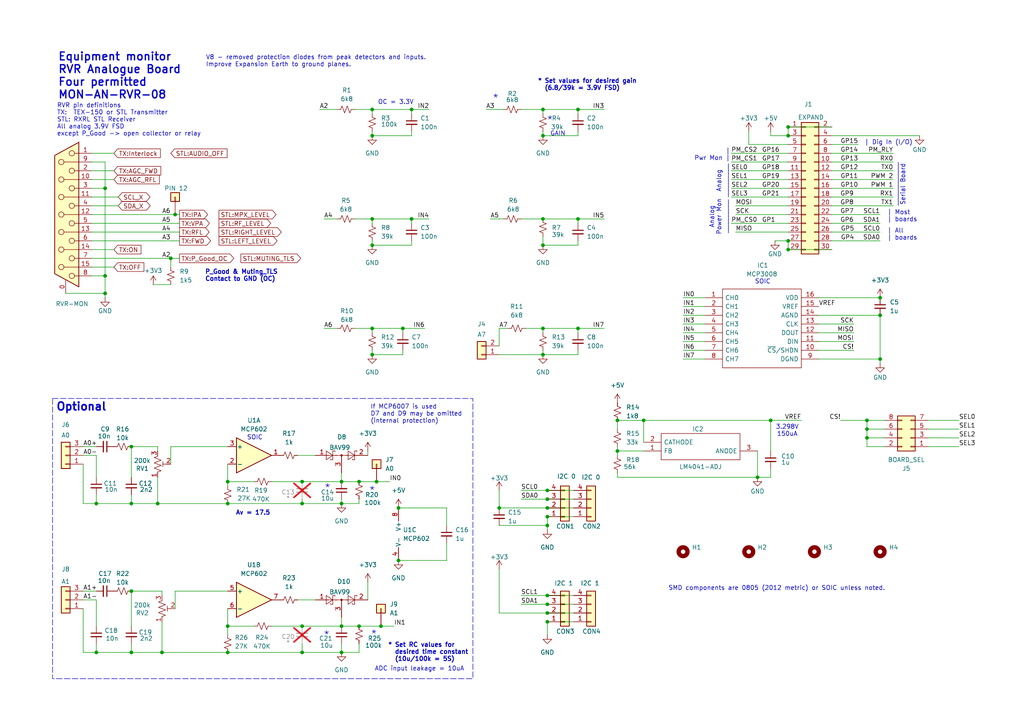
<source format=kicad_sch>
(kicad_sch (version 20250114) (generator "eeschema") (generator_version "9.0")
  (paper "A4")
  (rectangle (start 15.24 115.57) (end 137.16 196.85) (stroke (width 0) (type dash)))
  (text "*" (at 107.95 142.494 0) (effects (font (size 2.286 2.286))))
  (text "GAIN" (at 161.798 38.862 0) (effects (font (size 1.27 1.27))))
  (text "    |\nPwr Mon |" (at 211.836 44.958 0) (effects (font (size 1.27 1.27)) (justify right)))
  (text "3.298V\n150uA" (at 228.346 124.968 0) (effects (font (size 1.27 1.27))))
  (text "OC = 3.3V" (at 114.808 29.718 0) (effects (font (size 1.27 1.27))))
  (text "SOIC" (at 73.914 127 0) (effects (font (size 1.27 1.27))))
  (text "V8 - removed protection diodes from peak detectors and inputs.\nImprove Expansion Earth to ground planes." (at 59.69 17.78 0) (effects (font (size 1.27 1.27)) (justify left)))
  (text "Av = 17.5" (at 68.326 148.844 0) (effects (font (size 1.27 1.27) (thickness 0.254) (bold yes)) (justify left)))
  (text "SMD components are 0805 (2012 metric) or SOIC unless noted." (at 225.298 170.688 0) (effects (font (size 1.27 1.27))))
  (text "| Dig In (I/O)" (at 250.698 41.402 0) (effects (font (size 1.27 1.27)) (justify left)))
  (text "* Set values for desired gain \n  (6.8/39k = 3.9V FSD)" (at 155.956 24.638 0) (effects (font (size 1.27 1.27) (thickness 0.254) (bold yes)) (justify left)))
  (text "_____________\nSerial Board" (at 260.858 53.594 90) (effects (font (size 1.27 1.27))))
  (text "P_Good & Muting_TLS\nContact to GND (OC)" (at 59.436 80.01 0) (effects (font (size 1.27 1.27) (thickness 0.254) (bold yes)) (justify left)))
  (text "If MCP6007 is used\nD7 and D9 may be omitted\n(internal protection)" (at 107.442 120.142 0) (effects (font (size 1.27 1.27)) (justify left)))
  (text "Optional" (at 23.622 118.11 0) (effects (font (size 2.286 2.286) (thickness 0.4572) (bold yes))))
  (text "Equipment monitor\nRVR Analogue Board\nFour permitted\nMON-AN-RVR-08" (at 16.764 22.098 0) (effects (font (size 2.286 2.286) (thickness 0.381) (bold yes)) (justify left)))
  (text "*" (at 108.458 184.15 0) (effects (font (size 2.286 2.286))))
  (text "*" (at 94.742 184.404 0) (effects (font (size 2.286 2.286))))
  (text "*" (at 159.512 35.052 0) (effects (font (size 2.286 2.286))))
  (text "SOIC" (at 221.234 81.788 0) (effects (font (size 1.27 1.27))))
  (text "ADC input leakage = 10uA" (at 121.666 194.056 0) (effects (font (size 1.27 1.27))))
  (text "*" (at 143.764 28.702 0) (effects (font (size 2.286 2.286))))
  (text "Analog\nPower Mon\n__________" (at 208.534 62.992 90) (effects (font (size 1.27 1.27))))
  (text "*" (at 94.996 141.732 0) (effects (font (size 2.286 2.286))))
  (text "Analog\n__________" (at 209.55 52.578 90) (effects (font (size 1.27 1.27))))
  (text "RVR pin definitions\nTX:  TEX-150 or STL Transmitter\nSTL: RXRL STL Receiver\nAll analog 3.9V FSD\nexcept P_Good -> open collector or relay" (at 16.51 34.798 0) (effects (font (size 1.27 1.27)) (justify left)))
  (text "| Most\n| boards" (at 257.302 62.738 0) (effects (font (size 1.27 1.27)) (justify left)))
  (text "* Set RC values for \n  desired time constant\n  (10u/100k = 5S)" (at 112.522 189.23 0) (effects (font (size 1.27 1.27) (thickness 0.254) (bold yes)) (justify left)))
  (text "| All\n| boards" (at 257.302 68.072 0) (effects (font (size 1.27 1.27)) (justify left)))
  (junction (at 107.95 39.37))
  (junction (at 30.48 85.09))
  (junction (at 38.1 129.54))
  (junction (at 110.49 181.61))
  (junction (at 107.95 31.75))
  (junction (at 157.48 31.75))
  (junction (at 104.14 181.61))
  (junction (at 109.22 139.7))
  (junction (at 87.63 146.05))
  (junction (at 99.06 139.7))
  (junction (at 46.99 189.23))
  (junction (at 167.64 63.5))
  (junction (at 49.53 74.93))
  (junction (at 107.95 71.12))
  (junction (at 251.46 121.92))
  (junction (at 30.48 54.61))
  (junction (at 228.6 69.85))
  (junction (at 107.95 63.5))
  (junction (at 251.46 127))
  (junction (at 66.04 146.05))
  (junction (at 251.46 124.46))
  (junction (at 157.48 71.12))
  (junction (at 157.48 63.5))
  (junction (at 119.38 63.5))
  (junction (at 158.75 175.26))
  (junction (at 223.52 121.92))
  (junction (at 158.75 149.86))
  (junction (at 179.07 121.92))
  (junction (at 107.95 95.25))
  (junction (at 38.1 171.45))
  (junction (at 157.48 95.25))
  (junction (at 87.63 181.61))
  (junction (at 144.78 147.32))
  (junction (at 99.06 146.05))
  (junction (at 87.63 139.7))
  (junction (at 158.75 172.72))
  (junction (at 99.06 189.23))
  (junction (at 45.72 146.05))
  (junction (at 27.94 146.05))
  (junction (at 167.64 95.25))
  (junction (at 179.07 130.81))
  (junction (at 158.75 180.34))
  (junction (at 66.04 189.23))
  (junction (at 255.27 86.36))
  (junction (at 116.84 95.25))
  (junction (at 228.6 36.83))
  (junction (at 66.04 181.61))
  (junction (at 87.63 189.23))
  (junction (at 228.6 39.37))
  (junction (at 66.04 139.7))
  (junction (at 158.75 147.32))
  (junction (at 157.48 102.87))
  (junction (at 167.64 31.75))
  (junction (at 157.48 39.37))
  (junction (at 186.69 121.92))
  (junction (at 115.57 147.32))
  (junction (at 219.71 138.43))
  (junction (at 38.1 189.23))
  (junction (at 99.06 181.61))
  (junction (at 228.6 72.39))
  (junction (at 30.48 80.01))
  (junction (at 38.1 146.05))
  (junction (at 50.8 62.23))
  (junction (at 107.95 102.87))
  (junction (at 104.14 139.7))
  (junction (at 27.94 189.23))
  (junction (at 158.75 152.4))
  (junction (at 255.27 91.44))
  (junction (at 158.75 177.8))
  (junction (at 158.75 142.24))
  (junction (at 115.57 162.56))
  (junction (at 158.75 144.78))
  (junction (at 255.27 104.14))
  (junction (at 119.38 31.75))
  (wire (pts (xy 99.06 146.05) (xy 99.06 144.78)))
  (wire (pts (xy 186.69 121.92) (xy 179.07 121.92)))
  (wire (pts (xy 212.09 52.07) (xy 228.6 52.07)))
  (wire (pts (xy 217.17 38.1) (xy 217.17 41.91)))
  (wire (pts (xy 99.06 146.05) (xy 104.14 146.05)))
  (wire (pts (xy 167.64 96.52) (xy 167.64 95.25)))
  (wire (pts (xy 99.06 181.61) (xy 99.06 179.07)))
  (wire (pts (xy 241.3 52.07) (xy 259.08 52.07)))
  (wire (pts (xy 27.94 146.05) (xy 38.1 146.05)))
  (wire (pts (xy 223.52 138.43) (xy 223.52 135.89)))
  (wire (pts (xy 24.13 171.45) (xy 27.94 171.45)))
  (wire (pts (xy 219.71 130.81) (xy 219.71 138.43)))
  (wire (pts (xy 119.38 63.5) (xy 124.46 63.5)))
  (wire (pts (xy 52.07 67.31) (xy 26.67 67.31)))
  (wire (pts (xy 144.78 102.87) (xy 157.48 102.87)))
  (wire (pts (xy 66.04 139.7) (xy 66.04 140.97)))
  (wire (pts (xy 167.64 31.75) (xy 175.26 31.75)))
  (wire (pts (xy 33.02 77.47) (xy 26.67 77.47)))
  (wire (pts (xy 46.99 189.23) (xy 66.04 189.23)))
  (wire (pts (xy 179.07 129.54) (xy 179.07 130.81)))
  (wire (pts (xy 158.75 180.34) (xy 158.75 184.15)))
  (wire (pts (xy 27.94 189.23) (xy 38.1 189.23)))
  (wire (pts (xy 237.49 104.14) (xy 255.27 104.14)))
  (wire (pts (xy 237.49 96.52) (xy 247.65 96.52)))
  (wire (pts (xy 104.14 181.61) (xy 110.49 181.61)))
  (wire (pts (xy 30.48 85.09) (xy 30.48 86.36)))
  (wire (pts (xy 129.54 147.32) (xy 115.57 147.32)))
  (wire (pts (xy 157.48 102.87) (xy 167.64 102.87)))
  (wire (pts (xy 223.52 121.92) (xy 186.69 121.92)))
  (wire (pts (xy 30.48 54.61) (xy 30.48 80.01)))
  (wire (pts (xy 107.95 38.1) (xy 107.95 39.37)))
  (wire (pts (xy 241.3 62.23) (xy 255.27 62.23)))
  (wire (pts (xy 24.13 189.23) (xy 27.94 189.23)))
  (wire (pts (xy 166.37 149.86) (xy 158.75 149.86)))
  (wire (pts (xy 119.38 64.77) (xy 119.38 63.5)))
  (wire (pts (xy 198.12 93.98) (xy 204.47 93.98)))
  (wire (pts (xy 129.54 157.48) (xy 129.54 162.56)))
  (wire (pts (xy 78.74 181.61) (xy 87.63 181.61)))
  (wire (pts (xy 151.13 175.26) (xy 158.75 175.26)))
  (wire (pts (xy 213.36 67.31) (xy 228.6 67.31)))
  (wire (pts (xy 27.94 132.08) (xy 27.94 138.43)))
  (wire (pts (xy 186.69 121.92) (xy 186.69 128.27)))
  (wire (pts (xy 144.78 165.1) (xy 144.78 177.8)))
  (wire (pts (xy 157.48 39.37) (xy 167.64 39.37)))
  (wire (pts (xy 102.87 95.25) (xy 107.95 95.25)))
  (wire (pts (xy 167.64 33.02) (xy 167.64 31.75)))
  (wire (pts (xy 115.57 162.56) (xy 129.54 162.56)))
  (wire (pts (xy 151.13 172.72) (xy 158.75 172.72)))
  (wire (pts (xy 151.13 142.24) (xy 158.75 142.24)))
  (wire (pts (xy 38.1 186.69) (xy 38.1 189.23)))
  (wire (pts (xy 44.45 82.55) (xy 49.53 82.55)))
  (wire (pts (xy 213.36 62.23) (xy 228.6 62.23)))
  (wire (pts (xy 223.52 138.43) (xy 219.71 138.43)))
  (wire (pts (xy 212.09 57.15) (xy 228.6 57.15)))
  (wire (pts (xy 269.24 129.54) (xy 278.13 129.54)))
  (wire (pts (xy 167.64 38.1) (xy 167.64 39.37)))
  (wire (pts (xy 157.48 63.5) (xy 167.64 63.5)))
  (wire (pts (xy 52.07 69.85) (xy 26.67 69.85)))
  (wire (pts (xy 167.64 63.5) (xy 175.26 63.5)))
  (wire (pts (xy 87.63 139.7) (xy 99.06 139.7)))
  (wire (pts (xy 49.53 134.62) (xy 49.53 129.54)))
  (wire (pts (xy 144.78 95.25) (xy 144.78 100.33)))
  (wire (pts (xy 45.72 146.05) (xy 66.04 146.05)))
  (wire (pts (xy 107.95 95.25) (xy 116.84 95.25)))
  (wire (pts (xy 38.1 181.61) (xy 38.1 171.45)))
  (wire (pts (xy 212.09 49.53) (xy 228.6 49.53)))
  (wire (pts (xy 212.09 44.45) (xy 228.6 44.45)))
  (wire (pts (xy 119.38 38.1) (xy 119.38 39.37)))
  (wire (pts (xy 50.8 62.23) (xy 52.07 62.23)))
  (wire (pts (xy 93.98 95.25) (xy 97.79 95.25)))
  (wire (pts (xy 52.07 74.93) (xy 49.53 74.93)))
  (wire (pts (xy 119.38 31.75) (xy 124.46 31.75)))
  (wire (pts (xy 151.13 63.5) (xy 157.48 63.5)))
  (wire (pts (xy 241.3 44.45) (xy 259.08 44.45)))
  (wire (pts (xy 46.99 180.34) (xy 46.99 189.23)))
  (wire (pts (xy 144.78 95.25) (xy 147.32 95.25)))
  (wire (pts (xy 99.06 189.23) (xy 104.14 189.23)))
  (wire (pts (xy 116.84 101.6) (xy 116.84 102.87)))
  (wire (pts (xy 232.41 121.92) (xy 223.52 121.92)))
  (wire (pts (xy 152.4 95.25) (xy 157.48 95.25)))
  (wire (pts (xy 166.37 172.72) (xy 158.75 172.72)))
  (wire (pts (xy 217.17 41.91) (xy 228.6 41.91)))
  (wire (pts (xy 104.14 146.05) (xy 104.14 144.78)))
  (wire (pts (xy 107.95 71.12) (xy 119.38 71.12)))
  (wire (pts (xy 46.99 171.45) (xy 38.1 171.45)))
  (wire (pts (xy 66.04 176.53) (xy 66.04 181.61)))
  (wire (pts (xy 38.1 189.23) (xy 46.99 189.23)))
  (wire (pts (xy 107.95 63.5) (xy 119.38 63.5)))
  (wire (pts (xy 237.49 86.36) (xy 255.27 86.36)))
  (wire (pts (xy 66.04 189.23) (xy 87.63 189.23)))
  (wire (pts (xy 179.07 138.43) (xy 179.07 137.16)))
  (wire (pts (xy 223.52 121.92) (xy 223.52 130.81)))
  (wire (pts (xy 30.48 46.99) (xy 30.48 54.61)))
  (wire (pts (xy 243.84 121.92) (xy 251.46 121.92)))
  (wire (pts (xy 26.67 46.99) (xy 30.48 46.99)))
  (wire (pts (xy 167.64 64.77) (xy 167.64 63.5)))
  (wire (pts (xy 241.3 67.31) (xy 255.27 67.31)))
  (wire (pts (xy 213.36 59.69) (xy 228.6 59.69)))
  (wire (pts (xy 87.63 186.69) (xy 87.63 189.23)))
  (wire (pts (xy 24.13 176.53) (xy 24.13 189.23)))
  (wire (pts (xy 241.3 54.61) (xy 259.08 54.61)))
  (wire (pts (xy 119.38 69.85) (xy 119.38 71.12)))
  (wire (pts (xy 179.07 138.43) (xy 219.71 138.43)))
  (wire (pts (xy 99.06 139.7) (xy 104.14 139.7)))
  (wire (pts (xy 66.04 181.61) (xy 73.66 181.61)))
  (wire (pts (xy 198.12 91.44) (xy 204.47 91.44)))
  (wire (pts (xy 167.64 101.6) (xy 167.64 102.87)))
  (wire (pts (xy 228.6 36.83) (xy 241.3 36.83)))
  (wire (pts (xy 34.29 59.69) (xy 26.67 59.69)))
  (wire (pts (xy 158.75 144.78) (xy 166.37 144.78)))
  (wire (pts (xy 144.78 177.8) (xy 158.75 177.8)))
  (wire (pts (xy 167.64 95.25) (xy 175.26 95.25)))
  (wire (pts (xy 49.53 77.47) (xy 49.53 74.93)))
  (wire (pts (xy 223.52 38.1) (xy 223.52 39.37)))
  (wire (pts (xy 241.3 41.91) (xy 248.92 41.91)))
  (wire (pts (xy 251.46 127) (xy 251.46 124.46)))
  (wire (pts (xy 27.94 146.05) (xy 27.94 143.51)))
  (wire (pts (xy 198.12 99.06) (xy 204.47 99.06)))
  (wire (pts (xy 179.07 130.81) (xy 186.69 130.81)))
  (wire (pts (xy 106.68 130.81) (xy 106.68 132.08)))
  (wire (pts (xy 34.29 57.15) (xy 26.67 57.15)))
  (wire (pts (xy 106.68 168.91) (xy 106.68 173.99)))
  (wire (pts (xy 251.46 127) (xy 256.54 127)))
  (wire (pts (xy 107.95 64.77) (xy 107.95 63.5)))
  (wire (pts (xy 158.75 152.4) (xy 158.75 153.67)))
  (wire (pts (xy 24.13 134.62) (xy 24.13 146.05)))
  (wire (pts (xy 228.6 69.85) (xy 228.6 72.39)))
  (wire (pts (xy 269.24 124.46) (xy 278.13 124.46)))
  (wire (pts (xy 241.3 57.15) (xy 259.08 57.15)))
  (wire (pts (xy 166.37 180.34) (xy 158.75 180.34)))
  (wire (pts (xy 157.48 31.75) (xy 167.64 31.75)))
  (wire (pts (xy 99.06 181.61) (xy 104.14 181.61)))
  (wire (pts (xy 224.79 69.85) (xy 228.6 69.85)))
  (wire (pts (xy 119.38 33.02) (xy 119.38 31.75)))
  (wire (pts (xy 107.95 69.85) (xy 107.95 71.12)))
  (wire (pts (xy 104.14 139.7) (xy 109.22 139.7)))
  (wire (pts (xy 38.1 146.05) (xy 45.72 146.05)))
  (wire (pts (xy 102.87 31.75) (xy 107.95 31.75)))
  (wire (pts (xy 146.05 63.5) (xy 142.24 63.5)))
  (wire (pts (xy 228.6 36.83) (xy 228.6 39.37)))
  (wire (pts (xy 237.49 101.6) (xy 247.65 101.6)))
  (wire (pts (xy 269.24 127) (xy 278.13 127)))
  (wire (pts (xy 92.71 31.75) (xy 97.79 31.75)))
  (wire (pts (xy 38.1 129.54) (xy 45.72 129.54)))
  (wire (pts (xy 27.94 173.99) (xy 27.94 181.61)))
  (wire (pts (xy 179.07 132.08) (xy 179.07 130.81)))
  (wire (pts (xy 107.95 33.02) (xy 107.95 31.75)))
  (wire (pts (xy 107.95 101.6) (xy 107.95 102.87)))
  (wire (pts (xy 107.95 96.52) (xy 107.95 95.25)))
  (wire (pts (xy 26.67 52.07) (xy 33.02 52.07)))
  (wire (pts (xy 228.6 72.39) (xy 241.3 72.39)))
  (wire (pts (xy 179.07 124.46) (xy 179.07 121.92)))
  (wire (pts (xy 251.46 124.46) (xy 251.46 121.92)))
  (wire (pts (xy 86.36 132.08) (xy 91.44 132.08)))
  (wire (pts (xy 30.48 80.01) (xy 30.48 85.09)))
  (wire (pts (xy 198.12 104.14) (xy 204.47 104.14)))
  (wire (pts (xy 26.67 44.45) (xy 33.02 44.45)))
  (wire (pts (xy 50.8 176.53) (xy 50.8 171.45)))
  (wire (pts (xy 157.48 68.58) (xy 157.48 71.12)))
  (wire (pts (xy 166.37 147.32) (xy 158.75 147.32)))
  (wire (pts (xy 99.06 139.7) (xy 99.06 137.16)))
  (wire (pts (xy 198.12 86.36) (xy 204.47 86.36)))
  (wire (pts (xy 158.75 175.26) (xy 166.37 175.26)))
  (wire (pts (xy 241.3 69.85) (xy 255.27 69.85)))
  (wire (pts (xy 24.13 129.54) (xy 27.94 129.54)))
  (wire (pts (xy 46.99 171.45) (xy 46.99 172.72)))
  (wire (pts (xy 129.54 152.4) (xy 129.54 147.32)))
  (wire (pts (xy 24.13 146.05) (xy 27.94 146.05)))
  (wire (pts (xy 87.63 144.78) (xy 87.63 146.05)))
  (wire (pts (xy 50.8 171.45) (xy 66.04 171.45)))
  (wire (pts (xy 269.24 121.92) (xy 278.13 121.92)))
  (wire (pts (xy 33.02 72.39) (xy 26.67 72.39)))
  (wire (pts (xy 87.63 181.61) (xy 99.06 181.61)))
  (wire (pts (xy 116.84 96.52) (xy 116.84 95.25)))
  (wire (pts (xy 251.46 129.54) (xy 256.54 129.54)))
  (wire (pts (xy 157.48 95.25) (xy 167.64 95.25)))
  (wire (pts (xy 157.48 96.52) (xy 157.48 95.25)))
  (wire (pts (xy 255.27 104.14) (xy 255.27 91.44)))
  (wire (pts (xy 198.12 101.6) (xy 204.47 101.6)))
  (wire (pts (xy 107.95 102.87) (xy 116.84 102.87)))
  (wire (pts (xy 26.67 49.53) (xy 33.02 49.53)))
  (wire (pts (xy 251.46 121.92) (xy 256.54 121.92)))
  (wire (pts (xy 212.09 54.61) (xy 228.6 54.61)))
  (wire (pts (xy 167.64 69.85) (xy 167.64 71.12)))
  (wire (pts (xy 144.78 152.4) (xy 158.75 152.4)))
  (wire (pts (xy 102.87 63.5) (xy 107.95 63.5)))
  (wire (pts (xy 151.13 144.78) (xy 158.75 144.78)))
  (wire (pts (xy 151.13 31.75) (xy 157.48 31.75)))
  (wire (pts (xy 78.74 139.7) (xy 87.63 139.7)))
  (wire (pts (xy 107.95 39.37) (xy 119.38 39.37)))
  (wire (pts (xy 198.12 88.9) (xy 204.47 88.9)))
  (wire (pts (xy 24.13 173.99) (xy 27.94 173.99)))
  (wire (pts (xy 241.3 39.37) (xy 266.7 39.37)))
  (wire (pts (xy 255.27 105.41) (xy 255.27 104.14)))
  (wire (pts (xy 198.12 96.52) (xy 204.47 96.52)))
  (wire (pts (xy 157.48 33.02) (xy 157.48 31.75)))
  (wire (pts (xy 223.52 39.37) (xy 228.6 39.37)))
  (wire (pts (xy 110.49 181.61) (xy 114.3 181.61)))
  (wire (pts (xy 86.36 173.99) (xy 91.44 173.99)))
  (wire (pts (xy 66.04 134.62) (xy 66.04 139.7)))
  (wire (pts (xy 38.1 143.51) (xy 38.1 146.05)))
  (wire (pts (xy 45.72 138.43) (xy 45.72 146.05)))
  (wire (pts (xy 144.78 147.32) (xy 158.75 147.32)))
  (wire (pts (xy 26.67 80.01) (xy 30.48 80.01)))
  (wire (pts (xy 26.67 62.23) (xy 50.8 62.23)))
  (wire (pts (xy 87.63 189.23) (xy 99.06 189.23)))
  (wire (pts (xy 241.3 59.69) (xy 259.08 59.69)))
  (wire (pts (xy 241.3 46.99) (xy 259.08 46.99)))
  (wire (pts (xy 212.09 64.77) (xy 228.6 64.77)))
  (wire (pts (xy 99.06 189.23) (xy 99.06 186.69)))
  (wire (pts (xy 241.3 49.53) (xy 259.08 49.53)))
  (wire (pts (xy 38.1 129.54) (xy 38.1 138.43)))
  (wire (pts (xy 109.22 139.7) (xy 113.03 139.7)))
  (wire (pts (xy 30.48 54.61) (xy 26.67 54.61)))
  (wire (pts (xy 237.49 99.06) (xy 247.65 99.06)))
  (wire (pts (xy 237.49 91.44) (xy 255.27 91.44)))
  (wire (pts (xy 104.14 189.23) (xy 104.14 186.69)))
  (wire (pts (xy 93.98 63.5) (xy 97.79 63.5)))
  (wire (pts (xy 24.13 132.08) (xy 27.94 132.08)))
  (wire (pts (xy 241.3 64.77) (xy 255.27 64.77)))
  (wire (pts (xy 27.94 189.23) (xy 27.94 186.69)))
  (wire (pts (xy 144.78 142.24) (xy 144.78 147.32)))
  (wire (pts (xy 251.46 129.54) (xy 251.46 127)))
  (wire (pts (xy 157.48 71.12) (xy 167.64 71.12)))
  (wire (pts (xy 212.09 46.99) (xy 228.6 46.99)))
  (wire (pts (xy 158.75 152.4) (xy 158.75 149.86)))
  (wire (pts (xy 87.63 146.05) (xy 99.06 146.05)))
  (wire (pts (xy 237.49 93.98) (xy 247.65 93.98)))
  (wire (pts (xy 157.48 38.1) (xy 157.48 39.37)))
  (wire (pts (xy 251.46 124.46) (xy 256.54 124.46)))
  (wire (pts (xy 140.97 31.75) (xy 146.05 31.75)))
  (wire (pts (xy 116.84 95.25) (xy 123.19 95.25)))
  (wire (pts (xy 49.53 74.93) (xy 26.67 74.93)))
  (wire (pts (xy 107.95 31.75) (xy 119.38 31.75)))
  (wire (pts (xy 157.48 101.6) (xy 157.48 102.87)))
  (wire (pts (xy 166.37 142.24) (xy 158.75 142.24)))
  (wire (pts (xy 49.53 129.54) (xy 66.04 129.54)))
  (wire (pts (xy 45.72 130.81) (xy 45.72 129.54)))
  (wire (pts (xy 19.05 85.09) (xy 30.48 85.09)))
  (wire (pts (xy 66.04 146.05) (xy 87.63 146.05)))
  (wire (pts (xy 66.04 139.7) (xy 73.66 139.7)))
  (wire (pts (xy 66.04 181.61) (xy 66.04 184.15)))
  (wire (pts (xy 166.37 177.8) (xy 158.75 177.8)))
  (wire (pts (xy 52.07 64.77) (xy 26.67 64.77)))
  (label "GP1" (at 220.98 64.77 0))
  (label "IN2" (at 124.46 31.75 180))
  (label "A6" (at 46.99 62.23 0))
  (label "PWM 2" (at 259.08 52.07 180))
  (label "IN5" (at 198.12 99.06 0))
  (label "A0-" (at 24.13 132.08 0))
  (label "SDA0" (at 255.27 69.85 180))
  (label "SEL0" (at 278.13 121.92 0))
  (label "SCL1" (at 255.27 62.23 180))
  (label "GP11" (at 248.92 52.07 180))
  (label "IN4" (at 124.46 63.5 180))
  (label "A5" (at 46.99 64.77 0))
  (label "IN1" (at 198.12 88.9 0))
  (label "IN0" (at 198.12 86.36 0))
  (label "A4" (at 93.98 63.5 0))
  (label "SCK" (at 247.65 93.98 180))
  (label "MISO" (at 247.65 96.52 180))
  (label "GP14" (at 248.92 44.45 180))
  (label "IN6" (at 123.19 95.25 180))
  (label "PM_RLY" (at 259.08 44.45 180))
  (label "PM_CS1" (at 212.09 46.99 0))
  (label "TX0" (at 259.08 49.53 180))
  (label "TX1" (at 259.08 59.69 180))
  (label "GP16" (at 220.98 44.45 0))
  (label "GP12" (at 248.92 49.53 180))
  (label "SDA1" (at 255.27 64.77 180))
  (label "GP13" (at 248.92 46.99 180))
  (label "MOSI" (at 213.36 59.69 0))
  (label "GP4" (at 243.84 69.85 0))
  (label "SEL1" (at 278.13 124.46 0))
  (label "IN7" (at 198.12 104.14 0))
  (label "GP17" (at 220.98 46.99 0))
  (label "IN5" (at 175.26 63.5 180))
  (label "VREF" (at 232.41 121.92 180))
  (label "PWM 1" (at 259.08 54.61 180))
  (label "GP9" (at 247.65 57.15 180))
  (label "IN7" (at 175.26 95.25 180))
  (label "SEL3" (at 212.09 57.15 0))
  (label "IN0" (at 113.03 139.7 0))
  (label "A2" (at 46.99 74.93 0))
  (label "SCK" (at 213.36 62.23 0))
  (label "GP6" (at 247.65 64.77 180))
  (label "IN2" (at 198.12 91.44 0))
  (label "PM_CS2" (at 212.09 44.45 0))
  (label "GP8" (at 247.65 59.69 180))
  (label "SEL2" (at 278.13 127 0))
  (label "IN1" (at 114.3 181.61 0))
  (label "A5" (at 142.24 63.5 0))
  (label "VREF" (at 237.49 88.9 0))
  (label "SCL1" (at 151.13 172.72 0))
  (label "PM_CS0" (at 212.09 64.77 0))
  (label "CS!" (at 247.65 101.6 180))
  (label "SEL1" (at 212.09 52.07 0))
  (label "GP20" (at 220.98 54.61 0))
  (label "GP15" (at 248.92 41.91 180))
  (label "CS!" (at 243.84 121.92 180))
  (label "A3" (at 46.99 69.85 0))
  (label "SEL3" (at 278.13 129.54 0))
  (label "GP21" (at 220.98 57.15 0))
  (label "A4" (at 46.99 67.31 0))
  (label "SCL0" (at 255.27 67.31 180))
  (label "SDA1" (at 151.13 175.26 0))
  (label "A1-" (at 24.13 173.99 0))
  (label "GP18" (at 220.98 49.53 0))
  (label "A6" (at 93.98 95.25 0))
  (label "MISO" (at 213.36 67.31 0))
  (label "RX0" (at 259.08 46.99 180))
  (label "IN6" (at 198.12 101.6 0))
  (label "SDA0" (at 151.13 144.78 0))
  (label "SEL2" (at 212.09 54.61 0))
  (label "IN3" (at 175.26 31.75 180))
  (label "IN4" (at 198.12 96.52 0))
  (label "SCL0" (at 151.13 142.24 0))
  (label "MOSI" (at 247.65 99.06 180))
  (label "A0+" (at 24.13 129.54 0))
  (label "IN3" (at 198.12 93.98 0))
  (label "GP19" (at 220.98 52.07 0))
  (label "RX1" (at 259.08 57.15 180))
  (label "A1+" (at 24.13 171.45 0))
  (label "GP5" (at 243.84 67.31 0))
  (label "A7" (at 144.78 95.25 0))
  (label "A3" (at 140.97 31.75 0))
  (label "GP10" (at 248.92 54.61 180))
  (label "SEL0" (at 212.09 49.53 0))
  (label "A2" (at 92.71 31.75 0))
  (label "GP7" (at 247.65 62.23 180))
  (global_label "TX:AGC_FWD" (shape input) (at 33.02 49.53 0) (property "Intersheetrefs" "${INTERSHEET_REFS}" (effects (hide yes))))
  (global_label "TX:VPA" (shape output) (at 52.07 64.77 0) (property "Intersheetrefs" "${INTERSHEET_REFS}" (effects (hide yes))))
  (global_label "TX:RFL" (shape output) (at 52.07 67.31 0) (property "Intersheetrefs" "${INTERSHEET_REFS}" (effects (hide yes))))
  (global_label "SDA_X" (shape bidirectional) (at 34.29 59.69 0) (property "Intersheetrefs" "${INTERSHEET_REFS}" (effects (hide yes))))
  (global_label "SCL_X" (shape bidirectional) (at 34.29 57.15 0) (property "Intersheetrefs" "${INTERSHEET_REFS}" (effects (hide yes))))
  (global_label "STL:LEFT_LEVEL" (shape output) (at 63.5 69.85 0) (property "Intersheetrefs" "${INTERSHEET_REFS}" (effects (hide yes))))
  (global_label "TX:Interlock" (shape input) (at 33.02 44.45 0) (property "Intersheetrefs" "${INTERSHEET_REFS}" (effects (hide yes))))
  (global_label "TX:FWD" (shape output) (at 52.07 69.85 0) (property "Intersheetrefs" "${INTERSHEET_REFS}" (effects (hide yes))))
  (global_label "TX:P_Good_OC" (shape output) (at 52.07 74.93 0) (property "Intersheetrefs" "${INTERSHEET_REFS}" (effects (hide yes))))
  (global_label "TX:OFF" (shape input) (at 33.02 77.47 0) (property "Intersheetrefs" "${INTERSHEET_REFS}" (effects (hide yes))))
  (global_label "STL:RIGHT_LEVEL" (shape output) (at 63.5 67.31 0) (property "Intersheetrefs" "${INTERSHEET_REFS}" (effects (hide yes))))
  (global_label "TX:AGC_RFL" (shape input) (at 33.02 52.07 0) (property "Intersheetrefs" "${INTERSHEET_REFS}" (effects (hide yes))))
  (global_label "TX:ON" (shape input) (at 33.02 72.39 0) (property "Intersheetrefs" "${INTERSHEET_REFS}" (effects (hide yes))))
  (global_label "STL:MPX_LEVEL" (shape output) (at 63.5 62.23 0) (property "Intersheetrefs" "${INTERSHEET_REFS}" (effects (hide yes))))
  (global_label "STL:MUTING_TLS" (shape output) (at 69.85 74.93 0) (property "Intersheetrefs" "${INTERSHEET_REFS}" (effects (hide yes))))
  (global_label "STL:RF_LEVEL" (shape output) (at 63.5 64.77 0) (property "Intersheetrefs" "${INTERSHEET_REFS}" (effects (hide yes))))
  (global_label "STL:AUDIO_OFF" (shape input) (at 49.53 44.45 0) (property "Intersheetrefs" "${INTERSHEET_REFS}" (effects (hide yes))))
  (global_label "TX:IPA" (shape output) (at 52.07 62.23 0) (property "Intersheetrefs" "${INTERSHEET_REFS}" (effects (hide yes))))
  (symbol (lib_id "Amplifier_Operational:MCP602") (at 118.11 154.94 0) (unit 3)
    (property "Reference" "U1" (at 116.84 153.6699 0) (effects (justify left)))
    (property "Value" "MCP602" (at 116.84 156.2099 0) (effects (justify left)))
    (property "Footprint" "Package_SO:SO-8_3.9x4.9mm_P1.27mm" (effects (hide yes)))
    (property "Datasheet" "http://ww1.microchip.com/downloads/en/DeviceDoc/21314g.pdf" (effects (hide yes)))
    (property "Description" "Dual 2.7V to 6.0V Single Supply CMOS Op Amps, DIP-8/SOIC-8/TSSOP-8" (effects (hide yes)))
  )
  (symbol (lib_id "Device:C_Small") (at 38.1 184.15 0) (unit 1)
    (property "Reference" "C19" (at 42.164 183.388 0))
    (property "Value" "2n2" (at 42.418 185.166 0))
    (property "Footprint" "Capacitor_SMD:C_0805_2012Metric_Pad1.18x1.45mm_HandSolder" (effects (hide yes)))
    (property "Description" "Unpolarized capacitor, small symbol" (effects (hide yes)))
  )
  (symbol (lib_id "Mechanical:MountingHole") (at 217.17 160.02 0) (unit 1) (exclude_from_sim yes)
    (property "Reference" "H2" (at 219.71 158.7499 0) (effects (justify left)))
    (property "Value" "MountingHole" (effects (hide yes)))
    (property "Footprint" "RP:MountingHole_3.5mm_no_fill" (effects (hide yes)))
    (property "Description" "Mounting Hole without connection" (effects (hide yes)))
  )
  (symbol (lib_id "Device:R_Small_US") (at 104.14 142.24 180) (unit 1)
    (property "Reference" "R20" (at 105.918 143.51 0) (effects (justify right)))
    (property "Value" "100k" (at 105.664 145.796 0) (effects (justify right)))
    (property "Footprint" "Resistor_SMD:R_0805_2012Metric_Pad1.20x1.40mm_HandSolder" (effects (hide yes)))
    (property "Description" "Resistor, small US symbol" (effects (hide yes)))
  )
  (symbol (lib_id "power:GND") (at 157.48 71.12 0) (unit 1)
    (property "Reference" "#PWR012" (effects (hide yes)))
    (property "Value" "GND" (at 157.48 76.2 0))
    (property "Description" "Power symbol creates a global label with name \"GND\" , ground" (effects (hide yes)))
  )
  (symbol (lib_id "power:+3V3") (at 106.68 168.91 0) (unit 1)
    (property "Reference" "#PWR030" (effects (hide yes)))
    (property "Value" "+3V3" (at 106.68 163.83 0))
    (property "Description" "Power symbol creates a global label with name \"+3V3\"" (effects (hide yes)))
  )
  (symbol (lib_id "Connector_Generic:Conn_01x02") (at 139.7 102.87 180) (unit 1)
    (property "Reference" "J4" (at 139.7 93.98 0))
    (property "Value" "A7" (at 139.7 97.028 0))
    (property "Footprint" "RP:K2EDG" (effects (hide yes)))
    (property "Description" "Generic connector, single row, 01x02, script generated (kicad-library-utils/schlib/autogen/connector/)" (effects (hide yes)))
  )
  (symbol (lib_id "Device:C_Small") (at 30.48 129.54 270) (unit 1)
    (property "Reference" "C9" (at 30.48 124.46 90))
    (property "Value" "10n" (at 30.226 126.492 90))
    (property "Footprint" "Capacitor_SMD:C_0805_2012Metric_Pad1.18x1.45mm_HandSolder" (effects (hide yes)))
    (property "Description" "Unpolarized capacitor, small symbol" (effects (hide yes)))
  )
  (symbol (lib_id "Device:R_Potentiometer_Trim_US") (at 46.99 176.53 0) (mirror x) (unit 1)
    (property "Reference" "RV2" (at 43.18 177.8001 0) (effects (justify right)))
    (property "Value" "200k" (at 43.688 175.514 0) (effects (justify right)))
    (property "Footprint" "Potentiometer_THT:Potentiometer_Bourns_3296X_Horizontal" (effects (hide yes)))
    (property "Description" "Trim-potentiometer, US symbol" (effects (hide yes)))
  )
  (symbol (lib_id "power:GND") (at 224.79 69.85 0) (unit 1)
    (property "Reference" "#PWR010" (effects (hide yes)))
    (property "Value" "GND" (at 224.79 73.66 0))
    (property "Description" "Power symbol creates a global label with name \"GND\" , ground" (effects (hide yes)))
  )
  (symbol (lib_id "Device:R_Small_US") (at 76.2 181.61 90) (unit 1)
    (property "Reference" "R24" (at 75.946 184.912 90))
    (property "Value" "470K" (at 75.946 187.452 90))
    (property "Footprint" "Resistor_SMD:R_0805_2012Metric_Pad1.20x1.40mm_HandSolder" (effects (hide yes)))
    (property "Description" "Resistor, small US symbol" (effects (hide yes)))
  )
  (symbol (lib_id "Device:C_Small") (at 129.54 154.94 0) (unit 1)
    (property "Reference" "C16" (at 132.08 153.6762 0) (effects (justify left)))
    (property "Value" "1u" (at 132.08 156.2162 0) (effects (justify left)))
    (property "Footprint" "Capacitor_SMD:C_0805_2012Metric_Pad1.18x1.45mm_HandSolder" (effects (hide yes)))
    (property "Description" "Unpolarized capacitor, small symbol" (effects (hide yes)))
  )
  (symbol (lib_id "Device:R_Small_US") (at 100.33 95.25 90) (unit 1)
    (property "Reference" "R10" (at 100.584 90.17 90))
    (property "Value" "6k8" (at 100.584 92.71 90))
    (property "Footprint" "Resistor_SMD:R_0805_2012Metric_Pad1.20x1.40mm_HandSolder" (effects (hide yes)))
    (property "Description" "Resistor, small US symbol" (effects (hide yes)))
  )
  (symbol (lib_id "Device:C_Small") (at 119.38 35.56 0) (unit 1)
    (property "Reference" "C1" (at 121.92 34.2962 0) (effects (justify left)))
    (property "Value" "100n" (at 121.92 36.8362 0) (effects (justify left)))
    (property "Footprint" "Capacitor_SMD:C_0805_2012Metric_Pad1.18x1.45mm_HandSolder" (effects (hide yes)))
    (property "Description" "Unpolarized capacitor, small symbol" (effects (hide yes)))
  )
  (symbol (lib_id "Device:R_Small_US") (at 100.33 31.75 90) (unit 1)
    (property "Reference" "R1" (at 100.584 26.162 90))
    (property "Value" "6k8" (at 100.584 28.702 90))
    (property "Footprint" "Resistor_SMD:R_0805_2012Metric_Pad1.20x1.40mm_HandSolder" (effects (hide yes)))
    (property "Description" "Resistor, small US symbol" (effects (hide yes)))
  )
  (symbol (lib_id "Device:C_Small") (at 167.64 35.56 0) (unit 1)
    (property "Reference" "C2" (at 170.18 34.2962 0) (effects (justify left)))
    (property "Value" "100n" (at 170.18 36.8362 0) (effects (justify left)))
    (property "Footprint" "Capacitor_SMD:C_0805_2012Metric_Pad1.18x1.45mm_HandSolder" (effects (hide yes)))
    (property "Description" "Unpolarized capacitor, small symbol" (effects (hide yes)))
  )
  (symbol (lib_id "Device:R_Small_US") (at 157.48 35.56 0) (unit 1)
    (property "Reference" "R4" (at 160.02 34.2899 0) (effects (justify left)))
    (property "Value" "39k" (at 159.766 36.83 0) (effects (justify left)))
    (property "Footprint" "Resistor_SMD:R_0805_2012Metric_Pad1.20x1.40mm_HandSolder" (effects (hide yes)))
    (property "Description" "Resistor, small US symbol" (effects (hide yes)))
  )
  (symbol (lib_id "power:GND") (at 157.48 39.37 0) (unit 1)
    (property "Reference" "#PWR06" (effects (hide yes)))
    (property "Value" "GND" (at 157.48 44.45 0))
    (property "Description" "Power symbol creates a global label with name \"GND\" , ground" (effects (hide yes)))
  )
  (symbol (lib_id "Device:R_Small_US") (at 49.53 80.01 180) (unit 1)
    (property "Reference" "R9" (at 52.07 78.7399 0) (effects (justify right)))
    (property "Value" "1k5" (at 52.07 81.2799 0) (effects (justify right)))
    (property "Footprint" "Resistor_SMD:R_0805_2012Metric_Pad1.20x1.40mm_HandSolder" (effects (hide yes)))
    (property "Description" "Resistor, small US symbol" (effects (hide yes)))
  )
  (symbol (lib_id "Device:C_Small") (at 27.94 140.97 0) (unit 1)
    (property "Reference" "C11" (at 32.004 140.208 0))
    (property "Value" "10n" (at 32.258 141.986 0))
    (property "Footprint" "Capacitor_SMD:C_0805_2012Metric_Pad1.18x1.45mm_HandSolder" (effects (hide yes)))
    (property "Description" "Unpolarized capacitor, small symbol" (effects (hide yes)))
  )
  (symbol (lib_id "Device:C_Small") (at 87.63 142.24 180) (unit 1) (dnp yes)
    (property "Reference" "C13" (at 83.566 142.748 0))
    (property "Value" "*" (at 83.566 144.526 0))
    (property "Footprint" "Capacitor_SMD:C_0805_2012Metric_Pad1.18x1.45mm_HandSolder" (effects (hide yes)))
    (property "Description" "Unpolarized capacitor, small symbol" (effects (hide yes)))
  )
  (symbol (lib_id "power:+5V") (at 223.52 38.1 0) (unit 1)
    (property "Reference" "#PWR04" (effects (hide yes)))
    (property "Value" "+5V" (at 223.52 34.29 0))
    (property "Description" "Power symbol creates a global label with name \"+5V\"" (effects (hide yes)))
  )
  (symbol (lib_id "Connector_Generic:Conn_01x03") (at 19.05 173.99 180) (unit 1)
    (property "Reference" "J8" (at 19.05 165.1 0))
    (property "Value" "A1" (at 19.05 168.656 0))
    (property "Footprint" "RP:K3EDG" (effects (hide yes)))
    (property "Description" "Generic connector, single row, 01x03, script generated (kicad-library-utils/schlib/autogen/connector/)" (effects (hide yes)))
  )
  (symbol (lib_id "Device:R_Small_US") (at 107.95 35.56 0) (unit 1)
    (property "Reference" "R3" (at 110.49 34.29 0) (effects (justify left)))
    (property "Value" "100k" (at 110.49 36.068 0) (effects (justify left)))
    (property "Footprint" "Resistor_SMD:R_0805_2012Metric_Pad1.20x1.40mm_HandSolder" (effects (hide yes)))
    (property "Description" "Resistor, small US symbol" (effects (hide yes)))
  )
  (symbol (lib_id "Device:R_Small_US") (at 157.48 66.04 0) (unit 1)
    (property "Reference" "R7" (at 160.02 66.04 0) (effects (justify left)))
    (property "Value" "39k" (at 160.02 68.072 0) (effects (justify left)))
    (property "Footprint" "Resistor_SMD:R_0805_2012Metric_Pad1.20x1.40mm_HandSolder" (effects (hide yes)))
    (property "Description" "Resistor, small US symbol" (effects (hide yes)))
  )
  (symbol (lib_id "Device:R_Small_US") (at 83.82 173.99 90) (unit 1)
    (property "Reference" "R23" (at 83.82 167.64 90))
    (property "Value" "1k" (at 83.82 170.18 90))
    (property "Footprint" "Resistor_SMD:R_0805_2012Metric_Pad1.20x1.40mm_HandSolder" (effects (hide yes)))
    (property "Description" "Resistor, small US symbol" (effects (hide yes)))
  )
  (symbol (lib_id "Mechanical:MountingHole") (at 198.12 160.02 0) (unit 1) (exclude_from_sim yes)
    (property "Reference" "H1" (at 200.66 158.7499 0) (effects (justify left)))
    (property "Value" "MountingHole" (effects (hide yes)))
    (property "Footprint" "RP:MountingHole_3.5mm_no_fill" (effects (hide yes)))
    (property "Description" "Mounting Hole without connection" (effects (hide yes)))
  )
  (symbol (lib_id "Amplifier_Operational:MCP602") (at 73.66 132.08 0) (unit 1)
    (property "Reference" "U1" (at 73.66 121.92 0))
    (property "Value" "MCP602" (at 73.66 124.46 0))
    (property "Footprint" "Package_SO:SO-8_3.9x4.9mm_P1.27mm" (effects (hide yes)))
    (property "Datasheet" "http://ww1.microchip.com/downloads/en/DeviceDoc/21314g.pdf" (effects (hide yes)))
    (property "Description" "Dual 2.7V to 6.0V Single Supply CMOS Op Amps, DIP-8/SOIC-8/TSSOP-8" (effects (hide yes)))
  )
  (symbol (lib_id "Device:R_Small_US") (at 179.07 134.62 0) (unit 1)
    (property "Reference" "R18" (at 181.61 133.3499 0) (effects (justify left)))
    (property "Value" "56k" (at 180.848 135.382 0) (effects (justify left)))
    (property "Footprint" "Resistor_SMD:R_0805_2012Metric_Pad1.20x1.40mm_HandSolder" (effects (hide yes)))
    (property "Description" "Resistor, small US symbol" (effects (hide yes)))
  )
  (symbol (lib_id "Connector_Generic:Conn_01x01") (at 109.22 134.62 90) (unit 1)
    (property "Reference" "J7" (at 111.76 133.3499 90) (effects (justify right)))
    (property "Value" "A0" (at 111.76 135.8899 90) (effects (justify right)))
    (property "Footprint" "Connector_PinHeader_2.54mm:PinHeader_1x01_P2.54mm_Vertical" (effects (hide yes)))
    (property "Description" "Generic connector, single row, 01x01, script generated (kicad-library-utils/schlib/autogen/connector/)" (effects (hide yes)))
  )
  (symbol (lib_id "Device:R_Small_US") (at 100.33 63.5 90) (unit 1)
    (property "Reference" "R5" (at 100.33 58.166 90))
    (property "Value" "6k8" (at 100.33 60.706 90))
    (property "Footprint" "Resistor_SMD:R_0805_2012Metric_Pad1.20x1.40mm_HandSolder" (effects (hide yes)))
    (property "Description" "Resistor, small US symbol" (effects (hide yes)))
  )
  (symbol (lib_id "Device:R_Small_US") (at 83.82 132.08 90) (unit 1)
    (property "Reference" "R17" (at 83.82 125.73 90))
    (property "Value" "1k" (at 83.82 128.27 90))
    (property "Footprint" "Resistor_SMD:R_0805_2012Metric_Pad1.20x1.40mm_HandSolder" (effects (hide yes)))
    (property "Description" "Resistor, small US symbol" (effects (hide yes)))
  )
  (symbol (lib_id "Device:R_Small_US") (at 157.48 99.06 0) (unit 1)
    (property "Reference" "R13" (at 160.02 97.7899 0) (effects (justify left)))
    (property "Value" "39k" (at 160.02 100.3299 0) (effects (justify left)))
    (property "Footprint" "Resistor_SMD:R_0805_2012Metric_Pad1.20x1.40mm_HandSolder" (effects (hide yes)))
    (property "Description" "Resistor, small US symbol" (effects (hide yes)))
  )
  (symbol (lib_id "Device:R_Small_US") (at 35.56 129.54 90) (unit 1)
    (property "Reference" "R16" (at 35.56 124.46 90))
    (property "Value" "10k" (at 35.56 127 90))
    (property "Footprint" "Resistor_SMD:R_0805_2012Metric_Pad1.20x1.40mm_HandSolder" (effects (hide yes)))
    (property "Description" "Resistor, small US symbol" (effects (hide yes)))
  )
  (symbol (lib_id "Device:C_Small") (at 167.64 67.31 0) (unit 1)
    (property "Reference" "C4" (at 170.18 66.0462 0) (effects (justify left)))
    (property "Value" "100n" (at 170.18 68.5862 0) (effects (justify left)))
    (property "Footprint" "Capacitor_SMD:C_0805_2012Metric_Pad1.18x1.45mm_HandSolder" (effects (hide yes)))
    (property "Description" "Unpolarized capacitor, small symbol" (effects (hide yes)))
  )
  (symbol (lib_id "Device:C_Small") (at 116.84 99.06 0) (unit 1)
    (property "Reference" "C7" (at 119.38 97.7962 0) (effects (justify left)))
    (property "Value" "100n" (at 119.38 100.3362 0) (effects (justify left)))
    (property "Footprint" "Capacitor_SMD:C_0805_2012Metric_Pad1.18x1.45mm_HandSolder" (effects (hide yes)))
    (property "Description" "Unpolarized capacitor, small symbol" (effects (hide yes)))
  )
  (symbol (lib_id "Device:R_Small_US") (at 66.04 186.69 180) (unit 1)
    (property "Reference" "R26" (at 68.072 184.912 0) (effects (justify right)))
    (property "Value" "27K" (at 68.072 187.452 0) (effects (justify right)))
    (property "Footprint" "Resistor_SMD:R_0805_2012Metric_Pad1.20x1.40mm_HandSolder" (effects (hide yes)))
    (property "Description" "Resistor, small US symbol" (effects (hide yes)))
  )
  (symbol (lib_id "Device:C_Small") (at 255.27 88.9 0) (unit 1)
    (property "Reference" "C5" (at 258.064 87.63 0) (effects (justify left)))
    (property "Value" "1u" (at 258.064 90.17 0) (effects (justify left)))
    (property "Footprint" "Capacitor_SMD:C_0805_2012Metric_Pad1.18x1.45mm_HandSolder" (effects (hide yes)))
    (property "Description" "Unpolarized capacitor, small symbol" (effects (hide yes)))
  )
  (symbol (lib_id "power:GND") (at 115.57 162.56 0) (unit 1)
    (property "Reference" "#PWR028" (effects (hide yes)))
    (property "Value" "GND" (at 115.57 167.64 0))
    (property "Description" "Power symbol creates a global label with name \"GND\" , ground" (effects (hide yes)))
  )
  (symbol (lib_id "Device:C_Small") (at 30.48 171.45 270) (unit 1)
    (property "Reference" "C17" (at 30.48 166.37 90))
    (property "Value" "10n" (at 30.226 168.402 90))
    (property "Footprint" "Capacitor_SMD:C_0805_2012Metric_Pad1.18x1.45mm_HandSolder" (effects (hide yes)))
    (property "Description" "Unpolarized capacitor, small symbol" (effects (hide yes)))
  )
  (symbol (lib_id "Connector_Generic:Conn_01x04") (at 163.83 177.8 0) (mirror x) (unit 1)
    (property "Reference" "CON3" (at 161.29 183.134 0) (effects (justify left)))
    (property "Value" "I2C 1" (at 160.782 169.164 0) (effects (justify left)))
    (property "Footprint" "Connector_PinSocket_2.54mm:PinSocket_1x04_P2.54mm_Vertical" (effects (hide yes)))
    (property "Description" "Generic connector, single row, 01x04, script generated (kicad-library-utils/schlib/autogen/connector/)" (effects (hide yes)))
  )
  (symbol (lib_id "power:GND") (at 219.71 138.43 0) (unit 1)
    (property "Reference" "#PWR023" (effects (hide yes)))
    (property "Value" "GND" (at 219.71 142.494 0))
    (property "Description" "Power symbol creates a global label with name \"GND\" , ground" (effects (hide yes)))
  )
  (symbol (lib_id "Device:C_Small") (at 27.94 184.15 0) (unit 1)
    (property "Reference" "C18" (at 32.258 182.88 0))
    (property "Value" "10n" (at 32.512 185.166 0))
    (property "Footprint" "Capacitor_SMD:C_0805_2012Metric_Pad1.18x1.45mm_HandSolder" (effects (hide yes)))
    (property "Description" "Unpolarized capacitor, small symbol" (effects (hide yes)))
  )
  (symbol (lib_id "power:+5V") (at 179.07 116.84 0) (unit 1)
    (property "Reference" "#PWR021" (effects (hide yes)))
    (property "Value" "+5V" (at 179.07 111.76 0))
    (property "Description" "Power symbol creates a global label with name \"+5V\"" (effects (hide yes)))
  )
  (symbol (lib_id "Connector_Generic:Conn_01x03") (at 19.05 132.08 180) (unit 1)
    (property "Reference" "J6" (at 19.05 123.19 0))
    (property "Value" "A0" (at 19.05 126.238 0))
    (property "Footprint" "RP:K3EDG" (effects (hide yes)))
    (property "Description" "Generic connector, single row, 01x03, script generated (kicad-library-utils/schlib/autogen/connector/)" (effects (hide yes)))
  )
  (symbol (lib_id "power:GND") (at 30.48 86.36 0) (unit 1)
    (property "Reference" "#PWR014" (effects (hide yes)))
    (property "Value" "GND" (at 30.48 90.17 0))
    (property "Description" "Power symbol creates a global label with name \"GND\" , ground" (effects (hide yes)))
  )
  (symbol (lib_id "Mechanical:MountingHole") (at 236.22 160.02 0) (unit 1) (exclude_from_sim yes)
    (property "Reference" "H3" (at 238.76 158.7499 0) (effects (justify left)))
    (property "Value" "MountingHole" (effects (hide yes)))
    (property "Footprint" "RP:MountingHole_3.5mm_no_fill" (effects (hide yes)))
    (property "Description" "Mounting Hole without connection" (effects (hide yes)))
  )
  (symbol (lib_id "power:GND") (at 157.48 102.87 0) (unit 1)
    (property "Reference" "#PWR019" (effects (hide yes)))
    (property "Value" "GND" (at 157.48 107.95 0))
    (property "Description" "Power symbol creates a global label with name \"GND\" , ground" (effects (hide yes)))
  )
  (symbol (lib_id "power:+3V3") (at 44.45 82.55 0) (unit 1)
    (property "Reference" "#PWR013" (effects (hide yes)))
    (property "Value" "+3V3" (at 44.45 78.486 0))
    (property "Description" "Power symbol creates a global label with name \"+3V3\"" (effects (hide yes)))
  )
  (symbol (lib_id "Device:R_Small_US") (at 104.14 184.15 180) (unit 1)
    (property "Reference" "R25" (at 106.68 185.166 0) (effects (justify right)))
    (property "Value" "100k" (at 105.918 187.198 0) (effects (justify right)))
    (property "Footprint" "Resistor_SMD:R_0805_2012Metric_Pad1.20x1.40mm_HandSolder" (effects (hide yes)))
    (property "Description" "Resistor, small US symbol" (effects (hide yes)))
  )
  (symbol (lib_id "power:GND") (at 107.95 102.87 0) (unit 1)
    (property "Reference" "#PWR018" (effects (hide yes)))
    (property "Value" "GND" (at 107.95 107.95 0))
    (property "Description" "Power symbol creates a global label with name \"GND\" , ground" (effects (hide yes)))
  )
  (symbol (lib_id "Device:C_Small") (at 99.06 184.15 180) (unit 1)
    (property "Reference" "C21" (at 94.488 185.166 0))
    (property "Value" "10u" (at 94.742 187.198 0))
    (property "Footprint" "Capacitor_SMD:C_0805_2012Metric_Pad1.18x1.45mm_HandSolder" (effects (hide yes)))
    (property "Description" "Unpolarized capacitor, small symbol" (effects (hide yes)))
  )
  (symbol (lib_id "Device:R_Small_US") (at 66.04 143.51 180) (unit 1)
    (property "Reference" "R21" (at 68.58 141.986 0) (effects (justify right)))
    (property "Value" "27K" (at 68.834 144.526 0) (effects (justify right)))
    (property "Footprint" "Resistor_SMD:R_0805_2012Metric_Pad1.20x1.40mm_HandSolder" (effects (hide yes)))
    (property "Description" "Resistor, small US symbol" (effects (hide yes)))
  )
  (symbol (lib_id "power:GND") (at 99.06 146.05 0) (unit 1)
    (property "Reference" "#PWR025" (effects (hide yes)))
    (property "Value" "GND" (at 99.06 151.13 0))
    (property "Description" "Power symbol creates a global label with name \"GND\" , ground" (effects (hide yes)))
  )
  (symbol (lib_id "Device:R_Small_US") (at 107.95 99.06 0) (unit 1)
    (property "Reference" "R12" (at 110.49 97.7899 0) (effects (justify left)))
    (property "Value" "39k" (at 110.49 100.3299 0) (effects (justify left)))
    (property "Footprint" "Resistor_SMD:R_0805_2012Metric_Pad1.20x1.40mm_HandSolder" (effects (hide yes)))
    (property "Description" "Resistor, small US symbol" (effects (hide yes)))
  )
  (symbol (lib_id "Diode:BAS40-04") (at 99.06 176.53 0) (unit 1)
    (property "Reference" "D10" (at 97.79 168.656 0) (effects (justify left)))
    (property "Value" "BAV99" (at 95.504 171.704 0) (effects (justify left)))
    (property "Footprint" "Package_TO_SOT_SMD:SOT-23" (effects (hide yes)))
    (property "Datasheet" "http://www.vishay.com/docs/85701/bas40v.pdf" (effects (hide yes)))
    (property "Description" "40V 0.2A Dual Small Signal Schottky Diodes" (effects (hide yes)))
  )
  (symbol (lib_id "power:+3V3") (at 217.17 38.1 0) (unit 1)
    (property "Reference" "#PWR03" (effects (hide yes)))
    (property "Value" "+3V3" (at 217.17 34.29 0))
    (property "Description" "Power symbol creates a global label with name \"+3V3\"" (effects (hide yes)))
  )
  (symbol (lib_id "power:GND") (at 158.75 184.15 0) (unit 1)
    (property "Reference" "#PWR031" (effects (hide yes)))
    (property "Value" "GND" (at 158.75 189.23 0))
    (property "Description" "Power symbol creates a global label with name \"GND\" , ground" (effects (hide yes)))
  )
  (symbol (lib_id "Connector_Generic:Conn_01x04") (at 163.83 147.32 0) (mirror x) (unit 1)
    (property "Reference" "CON1" (at 161.29 152.654 0) (effects (justify left)))
    (property "Value" "I2C 0" (at 161.544 138.176 0) (effects (justify left)))
    (property "Footprint" "Connector_PinSocket_2.54mm:PinSocket_1x04_P2.54mm_Vertical" (effects (hide yes)))
    (property "Description" "Generic connector, single row, 01x04, script generated (kicad-library-utils/schlib/autogen/connector/)" (effects (hide yes)))
  )
  (symbol (lib_id "Device:C_Small") (at 99.06 142.24 180) (unit 1)
    (property "Reference" "C14" (at 94.996 142.748 0))
    (property "Value" "10u" (at 94.996 144.526 0))
    (property "Footprint" "Capacitor_SMD:C_0805_2012Metric_Pad1.18x1.45mm_HandSolder" (effects (hide yes)))
    (property "Description" "Unpolarized capacitor, small symbol" (effects (hide yes)))
  )
  (symbol (lib_id "Device:C_Small") (at 87.63 184.15 180) (unit 1) (dnp yes)
    (property "Reference" "C20" (at 83.566 184.658 0))
    (property "Value" "*" (at 83.566 186.436 0))
    (property "Footprint" "Capacitor_SMD:C_0805_2012Metric_Pad1.18x1.45mm_HandSolder" (effects (hide yes)))
    (property "Description" "Unpolarized capacitor, small symbol" (effects (hide yes)))
  )
  (symbol (lib_id "Connector_Generic:Conn_01x04") (at 171.45 147.32 0) (mirror x) (unit 1)
    (property "Reference" "CON2" (at 168.91 152.654 0) (effects (justify left)))
    (property "Value" "I2C 0" (at 168.656 138.43 0) (effects (justify left)))
    (property "Footprint" "RP:JST_SH_SM04B-SRSS-TB_1x04-1MP_P1.00mm_Horizontal_wide_MP" (effects (hide yes)))
    (property "Description" "Generic connector, single row, 01x04, script generated (kicad-library-utils/schlib/autogen/connector/)" (effects (hide yes)))
  )
  (symbol (lib_id "power:GND") (at 99.06 189.23 0) (unit 1)
    (property "Reference" "#PWR032" (effects (hide yes)))
    (property "Value" "GND" (at 99.06 194.31 0))
    (property "Description" "Power symbol creates a global label with name \"GND\" , ground" (effects (hide yes)))
  )
  (symbol (lib_id "power:+3V3") (at 255.27 86.36 0) (unit 1)
    (property "Reference" "#PWR015" (effects (hide yes)))
    (property "Value" "+3V3" (at 255.27 81.28 0))
    (property "Description" "Power symbol creates a global label with name \"+3V3\"" (effects (hide yes)))
  )
  (symbol (lib_id "power:GND") (at 266.7 39.37 0) (unit 1)
    (property "Reference" "#PWR07" (effects (hide yes)))
    (property "Value" "GND" (at 266.7 43.434 0))
    (property "Description" "Power symbol creates a global label with name \"GND\" , ground" (effects (hide yes)))
  )
  (symbol (lib_id "Mechanical:MountingHole") (at 255.27 160.02 0) (unit 1) (exclude_from_sim yes)
    (property "Reference" "H4" (at 257.81 158.7499 0) (effects (justify left)))
    (property "Value" "MountingHole" (effects (hide yes)))
    (property "Footprint" "RP:MountingHole_3.5mm_no_fill" (effects (hide yes)))
    (property "Description" "Mounting Hole without connection" (effects (hide yes)))
  )
  (symbol (lib_id "Device:R_Small_US") (at 179.07 127 0) (unit 1)
    (property "Reference" "R15" (at 181.61 125.7299 0) (effects (justify left)))
    (property "Value" "33k" (at 181.61 128.2699 0) (effects (justify left)))
    (property "Footprint" "Resistor_SMD:R_0805_2012Metric_Pad1.20x1.40mm_HandSolder" (effects (hide yes)))
    (property "Description" "Resistor, small US symbol" (effects (hide yes)))
  )
  (symbol (lib_id "Amplifier_Operational:MCP602") (at 73.66 173.99 0) (unit 2)
    (property "Reference" "U1" (at 73.66 163.83 0))
    (property "Value" "MCP602" (at 73.66 166.37 0))
    (property "Footprint" "Package_SO:SO-8_3.9x4.9mm_P1.27mm" (effects (hide yes)))
    (property "Datasheet" "http://ww1.microchip.com/downloads/en/DeviceDoc/21314g.pdf" (effects (hide yes)))
    (property "Description" "Dual 2.7V to 6.0V Single Supply CMOS Op Amps, DIP-8/SOIC-8/TSSOP-8" (effects (hide yes)))
  )
  (symbol (lib_id "Device:R_Small_US") (at 148.59 31.75 90) (unit 1)
    (property "Reference" "R2" (at 148.59 27.178 90))
    (property "Value" "6k8" (at 148.59 28.956 90))
    (property "Footprint" "Resistor_SMD:R_0805_2012Metric_Pad1.20x1.40mm_HandSolder" (effects (hide yes)))
    (property "Description" "Resistor, small US symbol" (effects (hide yes)))
  )
  (symbol (lib_id "Device:R_Small_US") (at 149.86 95.25 90) (unit 1)
    (property "Reference" "R11" (at 149.86 88.9 90))
    (property "Value" "6k8" (at 149.86 91.44 90))
    (property "Footprint" "Resistor_SMD:R_0805_2012Metric_Pad1.20x1.40mm_HandSolder" (effects (hide yes)))
    (property "Description" "Resistor, small US symbol" (effects (hide yes)))
  )
  (symbol (lib_id "Device:C_Small") (at 223.52 133.35 0) (unit 1)
    (property "Reference" "C10" (at 226.568 132.334 0) (effects (justify left)))
    (property "Value" "1u" (at 226.568 134.112 0) (effects (justify left)))
    (property "Footprint" "Capacitor_SMD:C_0805_2012Metric_Pad1.18x1.45mm_HandSolder" (effects (hide yes)))
    (property "Description" "Unpolarized capacitor, small symbol" (effects (hide yes)))
  )
  (symbol (lib_id "power:+3V3") (at 106.68 130.81 0) (unit 1)
    (property "Reference" "#PWR022" (effects (hide yes)))
    (property "Value" "+3V3" (at 106.68 125.73 0))
    (property "Description" "Power symbol creates a global label with name \"+3V3\"" (effects (hide yes)))
  )
  (symbol (lib_id "Connector_Generic:Conn_01x04") (at 171.45 177.8 0) (mirror x) (unit 1)
    (property "Reference" "CON4" (at 168.91 183.134 0) (effects (justify left)))
    (property "Value" "I2C 1" (at 168.402 169.164 0) (effects (justify left)))
    (property "Footprint" "RP:JST_SH_SM04B-SRSS-TB_1x04-1MP_P1.00mm_Horizontal_wide_MP" (effects (hide yes)))
    (property "Description" "Generic connector, single row, 01x04, script generated (kicad-library-utils/schlib/autogen/connector/)" (effects (hide yes)))
  )
  (symbol (lib_id "Device:C_Small") (at 144.78 149.86 0) (unit 1)
    (property "Reference" "C15" (at 147.32 148.5962 0) (effects (justify left)))
    (property "Value" "1u" (at 147.32 151.1362 0) (effects (justify left)))
    (property "Footprint" "Capacitor_SMD:C_0805_2012Metric_Pad1.18x1.45mm_HandSolder" (effects (hide yes)))
    (property "Description" "Unpolarized capacitor, small symbol" (effects (hide yes)))
  )
  (symbol (lib_id "Connector_Generic:Conn_02x15_Odd_Even") (at 233.68 54.61 0) (unit 1)
    (property "Reference" "J1" (at 234.442 30.226 0))
    (property "Value" "EXPAND" (at 235.204 34.036 0))
    (property "Footprint" "Connector_PinHeader_2.54mm:PinHeader_2x15_P2.54mm_Vertical" (effects (hide yes)))
    (property "Description" "Generic connector, double row, 02x15, odd/even pin numbering scheme (row 1 odd numbers, row 2 even numbers), script generated (kicad-library-utils/schlib/autogen/connector/)" (effects (hide yes)))
  )
  (symbol (lib_id "power:GND") (at 255.27 105.41 0) (unit 1)
    (property "Reference" "#PWR020" (effects (hide yes)))
    (property "Value" "GND" (at 255.27 109.474 0))
    (property "Description" "Power symbol creates a global label with name \"GND\" , ground" (effects (hide yes)))
  )
  (symbol (lib_id "power:GND") (at 107.95 39.37 0) (unit 1)
    (property "Reference" "#PWR05" (effects (hide yes)))
    (property "Value" "GND" (at 107.95 44.45 0))
    (property "Description" "Power symbol creates a global label with name \"GND\" , ground" (effects (hide yes)))
  )
  (symbol (lib_id "Device:C_Small") (at 167.64 99.06 0) (unit 1)
    (property "Reference" "C8" (at 170.18 97.7962 0) (effects (justify left)))
    (property "Value" "100n" (at 170.18 100.3362 0) (effects (justify left)))
    (property "Footprint" "Capacitor_SMD:C_0805_2012Metric_Pad1.18x1.45mm_HandSolder" (effects (hide yes)))
    (property "Description" "Unpolarized capacitor, small symbol" (effects (hide yes)))
  )
  (symbol (lib_id "Diode:BAS40-04") (at 99.06 134.62 0) (unit 1)
    (property "Reference" "D8" (at 97.79 126.746 0) (effects (justify left)))
    (property "Value" "BAV99" (at 95.504 129.794 0) (effects (justify left)))
    (property "Footprint" "Package_TO_SOT_SMD:SOT-23" (effects (hide yes)))
    (property "Datasheet" "http://www.vishay.com/docs/85701/bas40v.pdf" (effects (hide yes)))
    (property "Description" "40V 0.2A Dual Small Signal Schottky Diodes" (effects (hide yes)))
  )
  (symbol (lib_id "power:+5V") (at 115.57 147.32 0) (unit 1)
    (property "Reference" "#PWR026" (effects (hide yes)))
    (property "Value" "+5V" (at 115.57 142.24 0))
    (property "Description" "Power symbol creates a global label with name \"+5V\"" (effects (hide yes)))
  )
  (symbol (lib_id "Device:R_Small_US") (at 76.2 139.7 90) (unit 1)
    (property "Reference" "R19" (at 75.692 142.24 90))
    (property "Value" "470K" (at 75.692 144.78 90))
    (property "Footprint" "Resistor_SMD:R_0805_2012Metric_Pad1.20x1.40mm_HandSolder" (effects (hide yes)))
    (property "Description" "Resistor, small US symbol" (effects (hide yes)))
  )
  (symbol (lib_id "Device:R_Small_US") (at 148.59 63.5 90) (unit 1)
    (property "Reference" "R6" (at 148.844 58.166 90))
    (property "Value" "6k8" (at 148.844 60.706 90))
    (property "Footprint" "Resistor_SMD:R_0805_2012Metric_Pad1.20x1.40mm_HandSolder" (effects (hide yes)))
    (property "Description" "Resistor, small US symbol" (effects (hide yes)))
  )
  (symbol (lib_id "power:GND") (at 158.75 153.67 0) (unit 1)
    (property "Reference" "#PWR027" (effects (hide yes)))
    (property "Value" "GND" (at 158.75 158.75 0))
    (property "Description" "Power symbol creates a global label with name \"GND\" , ground" (effects (hide yes)))
  )
  (symbol (lib_id "Device:R_Small_US") (at 107.95 67.31 0) (unit 1)
    (property "Reference" "R8" (at 110.49 66.0399 0) (effects (justify left)))
    (property "Value" "39k" (at 110.49 68.5799 0) (effects (justify left)))
    (property "Footprint" "Resistor_SMD:R_0805_2012Metric_Pad1.20x1.40mm_HandSolder" (effects (hide yes)))
    (property "Description" "Resistor, small US symbol" (effects (hide yes)))
  )
  (symbol (lib_id "Device:R_Potentiometer_Trim_US") (at 45.72 134.62 0) (mirror x) (unit 1)
    (property "Reference" "RV1" (at 43.18 135.8901 0) (effects (justify right)))
    (property "Value" "200k" (at 43.688 133.604 0) (effects (justify right)))
    (property "Footprint" "Potentiometer_THT:Potentiometer_Bourns_3296X_Horizontal" (effects (hide yes)))
    (property "Description" "Trim-potentiometer, US symbol" (effects (hide yes)))
  )
  (symbol (lib_id "Device:C_Small") (at 38.1 140.97 0) (unit 1)
    (property "Reference" "C12" (at 42.164 140.208 0))
    (property "Value" "2n2" (at 42.418 141.986 0))
    (property "Footprint" "Capacitor_SMD:C_0805_2012Metric_Pad1.18x1.45mm_HandSolder" (effects (hide yes)))
    (property "Description" "Unpolarized capacitor, small symbol" (effects (hide yes)))
  )
  (symbol (lib_id "Connector_Generic:Conn_02x04_Odd_Even") (at 264.16 127 180) (unit 1)
    (property "Reference" "J5" (at 262.89 135.89 0))
    (property "Value" "BOARD_SEL" (at 262.89 133.35 0))
    (property "Footprint" "Connector_PinHeader_2.54mm:PinHeader_2x04_P2.54mm_Vertical" (effects (hide yes)))
    (property "Description" "Generic connector, double row, 02x04, odd/even pin numbering scheme (row 1 odd numbers, row 2 even numbers), script generated (kicad-library-utils/schlib/autogen/connector/)" (effects (hide yes)))
  )
  (symbol (lib_id "SamacSys_Parts:LM4041C12IDBZR") (at 186.69 130.81 0) (mirror x) (unit 1)
    (property "Reference" "IC2" (at 202.438 124.46 0))
    (property "Value" "LM4041-ADJ" (at 203.2 135.382 0))
    (property "Footprint" "SamacSys_Parts:SOT95P237X112-3N" (effects (hide yes)))
    (property "Datasheet" "http://www.ti.com/lit/gpn/lm4041c12" (effects (hide yes)))
    (property "Description" "1.2-V Precision Micropower Shunt Voltage Reference, 0.5% accuracy" (effects (hide yes)))
    (property "Description_1" "1.2-V Precision Micropower Shunt Voltage Reference, 0.5% accuracy" (effects (hide yes)))
    (property "Height" "1.12" (effects (hide yes)))
    (property "Mouser Part Number" "595-LM4041C12IDBZR" (effects (hide yes)))
    (property "Mouser Price/Stock" "https://www.mouser.co.uk/ProductDetail/Texas-Instruments/LM4041C12IDBZR?qs=paYhMW8qfiuh0HgphFdOJA%3D%3D" (effects (hide yes)))
    (property "Manufacturer_Name" "Texas Instruments" (effects (hide yes)))
    (property "Manufacturer_Part_Number" "LM4041C12IDBZR" (effects (hide yes)))
  )
  (symbol (lib_id "Device:C_Small") (at 119.38 67.31 0) (unit 1)
    (property "Reference" "C3" (at 121.92 66.0462 0) (effects (justify left)))
    (property "Value" "100n" (at 121.92 68.5862 0) (effects (justify left)))
    (property "Footprint" "Capacitor_SMD:C_0805_2012Metric_Pad1.18x1.45mm_HandSolder" (effects (hide yes)))
    (property "Description" "Unpolarized capacitor, small symbol" (effects (hide yes)))
  )
  (symbol (lib_id "Device:R_Small_US") (at 179.07 119.38 0) (unit 1)
    (property "Reference" "R14" (at 181.61 118.1099 0) (effects (justify left)))
    (property "Value" "1k8" (at 181.61 120.6499 0) (effects (justify left)))
    (property "Footprint" "Resistor_SMD:R_0805_2012Metric_Pad1.20x1.40mm_HandSolder" (effects (hide yes)))
    (property "Description" "Resistor, small US symbol" (effects (hide yes)))
  )
  (symbol (lib_id "SamacSys_Parts:MCP3008-I_SL") (at 204.47 86.36 0) (unit 1)
    (property "Reference" "IC1" (at 221.234 76.962 0))
    (property "Value" "MCP3008" (at 220.98 79.502 0))
    (property "Footprint" "SamacSys_Parts:SOIC127P600X175-16N" (effects (hide yes)))
    (property "Datasheet" "https://datasheet.datasheetarchive.com/originals/distributors/Datasheets-DGA17/1031059.pdf" (effects (hide yes)))
    (property "Description" "10-bit ADC, 8-channel, SPI Microchip MCP3008-I/SL, 10 bit Serial ADC, Differential Input, 16-Pin SOIC" (effects (hide yes)))
    (property "Description_1" "10-bit ADC, 8-channel, SPI Microchip MCP3008-I/SL, 10 bit Serial ADC, Differential Input, 16-Pin SOIC" (effects (hide yes)))
    (property "Height" "1.75" (effects (hide yes)))
    (property "Mouser Part Number" "579-MCP3008-I/SL" (effects (hide yes)))
    (property "Mouser Price/Stock" "https://www.mouser.co.uk/ProductDetail/Microchip-Technology/MCP3008-I-SL?qs=BYQkrObauiuZK6Atf%2FfReA%3D%3D" (effects (hide yes)))
    (property "Manufacturer_Name" "Microchip" (effects (hide yes)))
    (property "Manufacturer_Part_Number" "MCP3008-I/SL" (effects (hide yes)))
  )
  (symbol (lib_id "Connector_Generic:Conn_01x01") (at 110.49 176.53 90) (unit 1)
    (property "Reference" "J9" (at 113.03 175.2599 90) (effects (justify right)))
    (property "Value" "A1" (at 113.03 177.7999 90) (effects (justify right)))
    (property "Footprint" "Connector_PinHeader_2.54mm:PinHeader_1x01_P2.54mm_Vertical" (effects (hide yes)))
    (property "Description" "Generic connector, single row, 01x01, script generated (kicad-library-utils/schlib/autogen/connector/)" (effects (hide yes)))
  )
  (symbol (lib_id "power:+3V3") (at 144.78 165.1 0) (unit 1)
    (property "Reference" "#PWR029" (effects (hide yes)))
    (property "Value" "+3V3" (at 144.78 161.544 0))
    (property "Description" "Power symbol creates a global label with name \"+3V3\"" (effects (hide yes)))
  )
  (symbol (lib_id "Device:R_Small_US") (at 35.56 171.45 90) (unit 1)
    (property "Reference" "R22" (at 35.56 166.37 90))
    (property "Value" "10k" (at 35.56 168.91 90))
    (property "Footprint" "Resistor_SMD:R_0805_2012Metric_Pad1.20x1.40mm_HandSolder" (effects (hide yes)))
    (property "Description" "Resistor, small US symbol" (effects (hide yes)))
  )
  (symbol (lib_id "Connector_Generic:Conn_01x01") (at 50.8 57.15 90) (unit 1)
    (property "Reference" "J2" (effects (hide yes)))
    (property "Value" "PIN 12" (at 51.054 54.61 90))
    (property "Footprint" "Connector_PinHeader_2.54mm:PinHeader_1x01_P2.54mm_Vertical" (effects (hide yes)))
    (property "Description" "Generic connector, single row, 01x01, script generated (kicad-library-utils/schlib/autogen/connector/)" (effects (hide yes)))
  )
  (symbol (lib_id "Connector:DA15_Receptacle_MountingHoles") (at 19.05 62.23 0) (mirror y) (unit 1)
    (property "Reference" "J3" (effects (hide yes)))
    (property "Value" "RVR-MON" (at 25.654 88.138 0) (effects (justify left)))
    (property "Footprint" "Connector_Dsub:DSUB-15_Female_Horizontal_P2.77x2.84mm_EdgePinOffset4.94mm_Housed_MountingHolesOffset7.48mm" (effects (hide yes)))
    (property "Description" "15-pin female receptacle socket D-SUB connector (low-density/2 columns), Mounting Hole" (effects (hide yes)))
  )
  (symbol (lib_id "power:+3V3") (at 144.78 142.24 0) (unit 1)
    (property "Reference" "#PWR024" (effects (hide yes)))
    (property "Value" "+3V3" (at 144.78 138.684 0))
    (property "Description" "Power symbol creates a global label with name \"+3V3\"" (effects (hide yes)))
  )
  (symbol (lib_id "power:GND") (at 107.95 71.12 0) (unit 1)
    (property "Reference" "#PWR011" (effects (hide yes)))
    (property "Value" "GND" (at 107.95 76.2 0))
    (property "Description" "Power symbol creates a global label with name \"GND\" , ground" (effects (hide yes)))
  )
)
</source>
